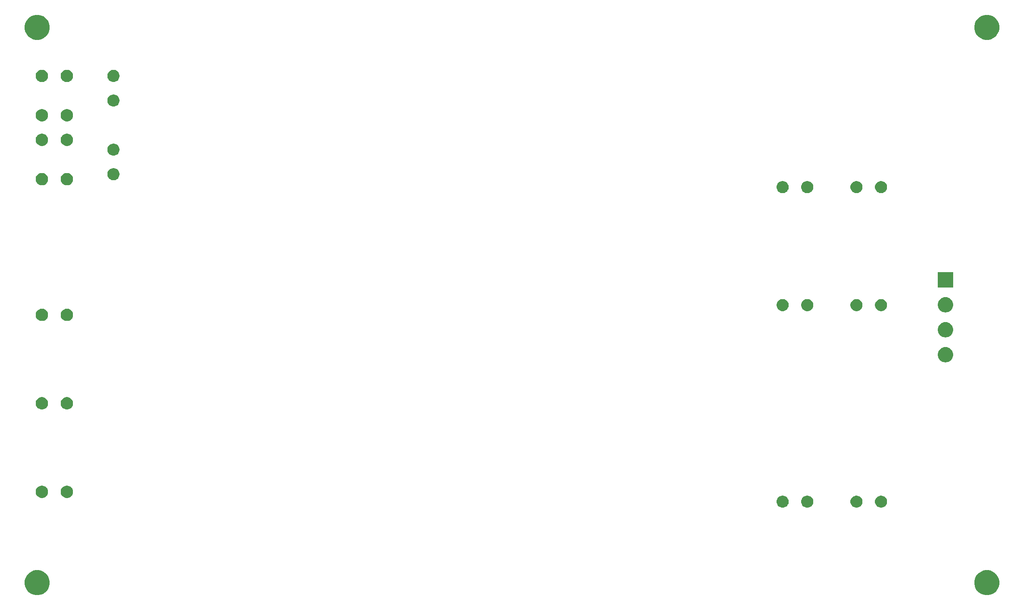
<source format=gbr>
G04 #@! TF.GenerationSoftware,KiCad,Pcbnew,(5.1.5)-3*
G04 #@! TF.CreationDate,2020-11-25T08:49:10-07:00*
G04 #@! TF.ProjectId,Power_Supply,506f7765-725f-4537-9570-706c792e6b69,rev?*
G04 #@! TF.SameCoordinates,Original*
G04 #@! TF.FileFunction,Soldermask,Bot*
G04 #@! TF.FilePolarity,Negative*
%FSLAX46Y46*%
G04 Gerber Fmt 4.6, Leading zero omitted, Abs format (unit mm)*
G04 Created by KiCad (PCBNEW (5.1.5)-3) date 2020-11-25 08:49:10*
%MOMM*%
%LPD*%
G04 APERTURE LIST*
%ADD10C,0.100000*%
G04 APERTURE END LIST*
D10*
G36*
X197244098Y-114047033D02*
G01*
X197708350Y-114239332D01*
X197708352Y-114239333D01*
X198126168Y-114518509D01*
X198481491Y-114873832D01*
X198760667Y-115291648D01*
X198760668Y-115291650D01*
X198952967Y-115755902D01*
X199051000Y-116248747D01*
X199051000Y-116751253D01*
X198952967Y-117244098D01*
X198760668Y-117708350D01*
X198760667Y-117708352D01*
X198481491Y-118126168D01*
X198126168Y-118481491D01*
X197708352Y-118760667D01*
X197708351Y-118760668D01*
X197708350Y-118760668D01*
X197244098Y-118952967D01*
X196751253Y-119051000D01*
X196248747Y-119051000D01*
X195755902Y-118952967D01*
X195291650Y-118760668D01*
X195291649Y-118760668D01*
X195291648Y-118760667D01*
X194873832Y-118481491D01*
X194518509Y-118126168D01*
X194239333Y-117708352D01*
X194239332Y-117708350D01*
X194047033Y-117244098D01*
X193949000Y-116751253D01*
X193949000Y-116248747D01*
X194047033Y-115755902D01*
X194239332Y-115291650D01*
X194239333Y-115291648D01*
X194518509Y-114873832D01*
X194873832Y-114518509D01*
X195291648Y-114239333D01*
X195291650Y-114239332D01*
X195755902Y-114047033D01*
X196248747Y-113949000D01*
X196751253Y-113949000D01*
X197244098Y-114047033D01*
G37*
G36*
X4244098Y-114047033D02*
G01*
X4708350Y-114239332D01*
X4708352Y-114239333D01*
X5126168Y-114518509D01*
X5481491Y-114873832D01*
X5760667Y-115291648D01*
X5760668Y-115291650D01*
X5952967Y-115755902D01*
X6051000Y-116248747D01*
X6051000Y-116751253D01*
X5952967Y-117244098D01*
X5760668Y-117708350D01*
X5760667Y-117708352D01*
X5481491Y-118126168D01*
X5126168Y-118481491D01*
X4708352Y-118760667D01*
X4708351Y-118760668D01*
X4708350Y-118760668D01*
X4244098Y-118952967D01*
X3751253Y-119051000D01*
X3248747Y-119051000D01*
X2755902Y-118952967D01*
X2291650Y-118760668D01*
X2291649Y-118760668D01*
X2291648Y-118760667D01*
X1873832Y-118481491D01*
X1518509Y-118126168D01*
X1239333Y-117708352D01*
X1239332Y-117708350D01*
X1047033Y-117244098D01*
X949000Y-116751253D01*
X949000Y-116248747D01*
X1047033Y-115755902D01*
X1239332Y-115291650D01*
X1239333Y-115291648D01*
X1518509Y-114873832D01*
X1873832Y-114518509D01*
X2291648Y-114239333D01*
X2291650Y-114239332D01*
X2755902Y-114047033D01*
X3248747Y-113949000D01*
X3751253Y-113949000D01*
X4244098Y-114047033D01*
G37*
G36*
X175357610Y-98821114D02*
G01*
X175580727Y-98913532D01*
X175580729Y-98913533D01*
X175631269Y-98947303D01*
X175781529Y-99047703D01*
X175952297Y-99218471D01*
X176086468Y-99419273D01*
X176178886Y-99642390D01*
X176226000Y-99879248D01*
X176226000Y-100120752D01*
X176178886Y-100357610D01*
X176086468Y-100580727D01*
X175952297Y-100781529D01*
X175781529Y-100952297D01*
X175631269Y-101052697D01*
X175580729Y-101086467D01*
X175580728Y-101086468D01*
X175580727Y-101086468D01*
X175357610Y-101178886D01*
X175120752Y-101226000D01*
X174879248Y-101226000D01*
X174642390Y-101178886D01*
X174419273Y-101086468D01*
X174419272Y-101086468D01*
X174419271Y-101086467D01*
X174368731Y-101052697D01*
X174218471Y-100952297D01*
X174047703Y-100781529D01*
X173913532Y-100580727D01*
X173821114Y-100357610D01*
X173774000Y-100120752D01*
X173774000Y-99879248D01*
X173821114Y-99642390D01*
X173913532Y-99419273D01*
X174047703Y-99218471D01*
X174218471Y-99047703D01*
X174368731Y-98947303D01*
X174419271Y-98913533D01*
X174419273Y-98913532D01*
X174642390Y-98821114D01*
X174879248Y-98774000D01*
X175120752Y-98774000D01*
X175357610Y-98821114D01*
G37*
G36*
X170357610Y-98821114D02*
G01*
X170580727Y-98913532D01*
X170580729Y-98913533D01*
X170631269Y-98947303D01*
X170781529Y-99047703D01*
X170952297Y-99218471D01*
X171086468Y-99419273D01*
X171178886Y-99642390D01*
X171226000Y-99879248D01*
X171226000Y-100120752D01*
X171178886Y-100357610D01*
X171086468Y-100580727D01*
X170952297Y-100781529D01*
X170781529Y-100952297D01*
X170631269Y-101052697D01*
X170580729Y-101086467D01*
X170580728Y-101086468D01*
X170580727Y-101086468D01*
X170357610Y-101178886D01*
X170120752Y-101226000D01*
X169879248Y-101226000D01*
X169642390Y-101178886D01*
X169419273Y-101086468D01*
X169419272Y-101086468D01*
X169419271Y-101086467D01*
X169368731Y-101052697D01*
X169218471Y-100952297D01*
X169047703Y-100781529D01*
X168913532Y-100580727D01*
X168821114Y-100357610D01*
X168774000Y-100120752D01*
X168774000Y-99879248D01*
X168821114Y-99642390D01*
X168913532Y-99419273D01*
X169047703Y-99218471D01*
X169218471Y-99047703D01*
X169368731Y-98947303D01*
X169419271Y-98913533D01*
X169419273Y-98913532D01*
X169642390Y-98821114D01*
X169879248Y-98774000D01*
X170120752Y-98774000D01*
X170357610Y-98821114D01*
G37*
G36*
X155357610Y-98821114D02*
G01*
X155580727Y-98913532D01*
X155580729Y-98913533D01*
X155631269Y-98947303D01*
X155781529Y-99047703D01*
X155952297Y-99218471D01*
X156086468Y-99419273D01*
X156178886Y-99642390D01*
X156226000Y-99879248D01*
X156226000Y-100120752D01*
X156178886Y-100357610D01*
X156086468Y-100580727D01*
X155952297Y-100781529D01*
X155781529Y-100952297D01*
X155631269Y-101052697D01*
X155580729Y-101086467D01*
X155580728Y-101086468D01*
X155580727Y-101086468D01*
X155357610Y-101178886D01*
X155120752Y-101226000D01*
X154879248Y-101226000D01*
X154642390Y-101178886D01*
X154419273Y-101086468D01*
X154419272Y-101086468D01*
X154419271Y-101086467D01*
X154368731Y-101052697D01*
X154218471Y-100952297D01*
X154047703Y-100781529D01*
X153913532Y-100580727D01*
X153821114Y-100357610D01*
X153774000Y-100120752D01*
X153774000Y-99879248D01*
X153821114Y-99642390D01*
X153913532Y-99419273D01*
X154047703Y-99218471D01*
X154218471Y-99047703D01*
X154368731Y-98947303D01*
X154419271Y-98913533D01*
X154419273Y-98913532D01*
X154642390Y-98821114D01*
X154879248Y-98774000D01*
X155120752Y-98774000D01*
X155357610Y-98821114D01*
G37*
G36*
X160357610Y-98821114D02*
G01*
X160580727Y-98913532D01*
X160580729Y-98913533D01*
X160631269Y-98947303D01*
X160781529Y-99047703D01*
X160952297Y-99218471D01*
X161086468Y-99419273D01*
X161178886Y-99642390D01*
X161226000Y-99879248D01*
X161226000Y-100120752D01*
X161178886Y-100357610D01*
X161086468Y-100580727D01*
X160952297Y-100781529D01*
X160781529Y-100952297D01*
X160631269Y-101052697D01*
X160580729Y-101086467D01*
X160580728Y-101086468D01*
X160580727Y-101086468D01*
X160357610Y-101178886D01*
X160120752Y-101226000D01*
X159879248Y-101226000D01*
X159642390Y-101178886D01*
X159419273Y-101086468D01*
X159419272Y-101086468D01*
X159419271Y-101086467D01*
X159368731Y-101052697D01*
X159218471Y-100952297D01*
X159047703Y-100781529D01*
X158913532Y-100580727D01*
X158821114Y-100357610D01*
X158774000Y-100120752D01*
X158774000Y-99879248D01*
X158821114Y-99642390D01*
X158913532Y-99419273D01*
X159047703Y-99218471D01*
X159218471Y-99047703D01*
X159368731Y-98947303D01*
X159419271Y-98913533D01*
X159419273Y-98913532D01*
X159642390Y-98821114D01*
X159879248Y-98774000D01*
X160120752Y-98774000D01*
X160357610Y-98821114D01*
G37*
G36*
X4824903Y-96797075D02*
G01*
X5052571Y-96891378D01*
X5257466Y-97028285D01*
X5431715Y-97202534D01*
X5568622Y-97407429D01*
X5662925Y-97635097D01*
X5711000Y-97876787D01*
X5711000Y-98123213D01*
X5662925Y-98364903D01*
X5568622Y-98592571D01*
X5431715Y-98797466D01*
X5257466Y-98971715D01*
X5052571Y-99108622D01*
X5052570Y-99108623D01*
X5052569Y-99108623D01*
X4824903Y-99202925D01*
X4583214Y-99251000D01*
X4336786Y-99251000D01*
X4095097Y-99202925D01*
X3867431Y-99108623D01*
X3867430Y-99108623D01*
X3867429Y-99108622D01*
X3662534Y-98971715D01*
X3488285Y-98797466D01*
X3351378Y-98592571D01*
X3257075Y-98364903D01*
X3209000Y-98123213D01*
X3209000Y-97876787D01*
X3257075Y-97635097D01*
X3351378Y-97407429D01*
X3488285Y-97202534D01*
X3662534Y-97028285D01*
X3867429Y-96891378D01*
X4095097Y-96797075D01*
X4336786Y-96749000D01*
X4583214Y-96749000D01*
X4824903Y-96797075D01*
G37*
G36*
X9904903Y-96797075D02*
G01*
X10132571Y-96891378D01*
X10337466Y-97028285D01*
X10511715Y-97202534D01*
X10648622Y-97407429D01*
X10742925Y-97635097D01*
X10791000Y-97876787D01*
X10791000Y-98123213D01*
X10742925Y-98364903D01*
X10648622Y-98592571D01*
X10511715Y-98797466D01*
X10337466Y-98971715D01*
X10132571Y-99108622D01*
X10132570Y-99108623D01*
X10132569Y-99108623D01*
X9904903Y-99202925D01*
X9663214Y-99251000D01*
X9416786Y-99251000D01*
X9175097Y-99202925D01*
X8947431Y-99108623D01*
X8947430Y-99108623D01*
X8947429Y-99108622D01*
X8742534Y-98971715D01*
X8568285Y-98797466D01*
X8431378Y-98592571D01*
X8337075Y-98364903D01*
X8289000Y-98123213D01*
X8289000Y-97876787D01*
X8337075Y-97635097D01*
X8431378Y-97407429D01*
X8568285Y-97202534D01*
X8742534Y-97028285D01*
X8947429Y-96891378D01*
X9175097Y-96797075D01*
X9416786Y-96749000D01*
X9663214Y-96749000D01*
X9904903Y-96797075D01*
G37*
G36*
X4824903Y-78797075D02*
G01*
X5052571Y-78891378D01*
X5257466Y-79028285D01*
X5431715Y-79202534D01*
X5568622Y-79407429D01*
X5662925Y-79635097D01*
X5711000Y-79876787D01*
X5711000Y-80123213D01*
X5662925Y-80364903D01*
X5568622Y-80592571D01*
X5431715Y-80797466D01*
X5257466Y-80971715D01*
X5052571Y-81108622D01*
X5052570Y-81108623D01*
X5052569Y-81108623D01*
X4824903Y-81202925D01*
X4583214Y-81251000D01*
X4336786Y-81251000D01*
X4095097Y-81202925D01*
X3867431Y-81108623D01*
X3867430Y-81108623D01*
X3867429Y-81108622D01*
X3662534Y-80971715D01*
X3488285Y-80797466D01*
X3351378Y-80592571D01*
X3257075Y-80364903D01*
X3209000Y-80123213D01*
X3209000Y-79876787D01*
X3257075Y-79635097D01*
X3351378Y-79407429D01*
X3488285Y-79202534D01*
X3662534Y-79028285D01*
X3867429Y-78891378D01*
X4095097Y-78797075D01*
X4336786Y-78749000D01*
X4583214Y-78749000D01*
X4824903Y-78797075D01*
G37*
G36*
X9904903Y-78797075D02*
G01*
X10132571Y-78891378D01*
X10337466Y-79028285D01*
X10511715Y-79202534D01*
X10648622Y-79407429D01*
X10742925Y-79635097D01*
X10791000Y-79876787D01*
X10791000Y-80123213D01*
X10742925Y-80364903D01*
X10648622Y-80592571D01*
X10511715Y-80797466D01*
X10337466Y-80971715D01*
X10132571Y-81108622D01*
X10132570Y-81108623D01*
X10132569Y-81108623D01*
X9904903Y-81202925D01*
X9663214Y-81251000D01*
X9416786Y-81251000D01*
X9175097Y-81202925D01*
X8947431Y-81108623D01*
X8947430Y-81108623D01*
X8947429Y-81108622D01*
X8742534Y-80971715D01*
X8568285Y-80797466D01*
X8431378Y-80592571D01*
X8337075Y-80364903D01*
X8289000Y-80123213D01*
X8289000Y-79876787D01*
X8337075Y-79635097D01*
X8431378Y-79407429D01*
X8568285Y-79202534D01*
X8742534Y-79028285D01*
X8947429Y-78891378D01*
X9175097Y-78797075D01*
X9416786Y-78749000D01*
X9663214Y-78749000D01*
X9904903Y-78797075D01*
G37*
G36*
X188389585Y-68582802D02*
G01*
X188539410Y-68612604D01*
X188821674Y-68729521D01*
X189075705Y-68899259D01*
X189291741Y-69115295D01*
X189461479Y-69369326D01*
X189578396Y-69651590D01*
X189638000Y-69951240D01*
X189638000Y-70256760D01*
X189578396Y-70556410D01*
X189461479Y-70838674D01*
X189291741Y-71092705D01*
X189075705Y-71308741D01*
X188821674Y-71478479D01*
X188539410Y-71595396D01*
X188389585Y-71625198D01*
X188239761Y-71655000D01*
X187934239Y-71655000D01*
X187784415Y-71625198D01*
X187634590Y-71595396D01*
X187352326Y-71478479D01*
X187098295Y-71308741D01*
X186882259Y-71092705D01*
X186712521Y-70838674D01*
X186595604Y-70556410D01*
X186536000Y-70256760D01*
X186536000Y-69951240D01*
X186595604Y-69651590D01*
X186712521Y-69369326D01*
X186882259Y-69115295D01*
X187098295Y-68899259D01*
X187352326Y-68729521D01*
X187634590Y-68612604D01*
X187784415Y-68582802D01*
X187934239Y-68553000D01*
X188239761Y-68553000D01*
X188389585Y-68582802D01*
G37*
G36*
X188389585Y-63502802D02*
G01*
X188539410Y-63532604D01*
X188821674Y-63649521D01*
X189075705Y-63819259D01*
X189291741Y-64035295D01*
X189461479Y-64289326D01*
X189578396Y-64571590D01*
X189638000Y-64871240D01*
X189638000Y-65176760D01*
X189578396Y-65476410D01*
X189461479Y-65758674D01*
X189291741Y-66012705D01*
X189075705Y-66228741D01*
X188821674Y-66398479D01*
X188539410Y-66515396D01*
X188389585Y-66545198D01*
X188239761Y-66575000D01*
X187934239Y-66575000D01*
X187784415Y-66545198D01*
X187634590Y-66515396D01*
X187352326Y-66398479D01*
X187098295Y-66228741D01*
X186882259Y-66012705D01*
X186712521Y-65758674D01*
X186595604Y-65476410D01*
X186536000Y-65176760D01*
X186536000Y-64871240D01*
X186595604Y-64571590D01*
X186712521Y-64289326D01*
X186882259Y-64035295D01*
X187098295Y-63819259D01*
X187352326Y-63649521D01*
X187634590Y-63532604D01*
X187784415Y-63502802D01*
X187934239Y-63473000D01*
X188239761Y-63473000D01*
X188389585Y-63502802D01*
G37*
G36*
X4746748Y-60781529D02*
G01*
X4824903Y-60797075D01*
X5052571Y-60891378D01*
X5257466Y-61028285D01*
X5431715Y-61202534D01*
X5568622Y-61407429D01*
X5662925Y-61635097D01*
X5711000Y-61876787D01*
X5711000Y-62123213D01*
X5662925Y-62364903D01*
X5568622Y-62592571D01*
X5431715Y-62797466D01*
X5257466Y-62971715D01*
X5052571Y-63108622D01*
X5052570Y-63108623D01*
X5052569Y-63108623D01*
X4824903Y-63202925D01*
X4583214Y-63251000D01*
X4336786Y-63251000D01*
X4095097Y-63202925D01*
X3867431Y-63108623D01*
X3867430Y-63108623D01*
X3867429Y-63108622D01*
X3662534Y-62971715D01*
X3488285Y-62797466D01*
X3351378Y-62592571D01*
X3257075Y-62364903D01*
X3209000Y-62123213D01*
X3209000Y-61876787D01*
X3257075Y-61635097D01*
X3351378Y-61407429D01*
X3488285Y-61202534D01*
X3662534Y-61028285D01*
X3867429Y-60891378D01*
X4095097Y-60797075D01*
X4173252Y-60781529D01*
X4336786Y-60749000D01*
X4583214Y-60749000D01*
X4746748Y-60781529D01*
G37*
G36*
X9826748Y-60781529D02*
G01*
X9904903Y-60797075D01*
X10132571Y-60891378D01*
X10337466Y-61028285D01*
X10511715Y-61202534D01*
X10648622Y-61407429D01*
X10742925Y-61635097D01*
X10791000Y-61876787D01*
X10791000Y-62123213D01*
X10742925Y-62364903D01*
X10648622Y-62592571D01*
X10511715Y-62797466D01*
X10337466Y-62971715D01*
X10132571Y-63108622D01*
X10132570Y-63108623D01*
X10132569Y-63108623D01*
X9904903Y-63202925D01*
X9663214Y-63251000D01*
X9416786Y-63251000D01*
X9175097Y-63202925D01*
X8947431Y-63108623D01*
X8947430Y-63108623D01*
X8947429Y-63108622D01*
X8742534Y-62971715D01*
X8568285Y-62797466D01*
X8431378Y-62592571D01*
X8337075Y-62364903D01*
X8289000Y-62123213D01*
X8289000Y-61876787D01*
X8337075Y-61635097D01*
X8431378Y-61407429D01*
X8568285Y-61202534D01*
X8742534Y-61028285D01*
X8947429Y-60891378D01*
X9175097Y-60797075D01*
X9253252Y-60781529D01*
X9416786Y-60749000D01*
X9663214Y-60749000D01*
X9826748Y-60781529D01*
G37*
G36*
X188389585Y-58422802D02*
G01*
X188539410Y-58452604D01*
X188821674Y-58569521D01*
X189075705Y-58739259D01*
X189291741Y-58955295D01*
X189461479Y-59209326D01*
X189578396Y-59491590D01*
X189638000Y-59791240D01*
X189638000Y-60096760D01*
X189578396Y-60396410D01*
X189461479Y-60678674D01*
X189291741Y-60932705D01*
X189075705Y-61148741D01*
X188821674Y-61318479D01*
X188539410Y-61435396D01*
X188389585Y-61465198D01*
X188239761Y-61495000D01*
X187934239Y-61495000D01*
X187784415Y-61465198D01*
X187634590Y-61435396D01*
X187352326Y-61318479D01*
X187098295Y-61148741D01*
X186882259Y-60932705D01*
X186712521Y-60678674D01*
X186595604Y-60396410D01*
X186536000Y-60096760D01*
X186536000Y-59791240D01*
X186595604Y-59491590D01*
X186712521Y-59209326D01*
X186882259Y-58955295D01*
X187098295Y-58739259D01*
X187352326Y-58569521D01*
X187634590Y-58452604D01*
X187784415Y-58422802D01*
X187934239Y-58393000D01*
X188239761Y-58393000D01*
X188389585Y-58422802D01*
G37*
G36*
X175357610Y-58821114D02*
G01*
X175580727Y-58913532D01*
X175580729Y-58913533D01*
X175631269Y-58947303D01*
X175781529Y-59047703D01*
X175952297Y-59218471D01*
X176086468Y-59419273D01*
X176178886Y-59642390D01*
X176226000Y-59879248D01*
X176226000Y-60120752D01*
X176178886Y-60357610D01*
X176086468Y-60580727D01*
X175952297Y-60781529D01*
X175781529Y-60952297D01*
X175667806Y-61028284D01*
X175580729Y-61086467D01*
X175580728Y-61086468D01*
X175580727Y-61086468D01*
X175357610Y-61178886D01*
X175120752Y-61226000D01*
X174879248Y-61226000D01*
X174642390Y-61178886D01*
X174419273Y-61086468D01*
X174419272Y-61086468D01*
X174419271Y-61086467D01*
X174332194Y-61028284D01*
X174218471Y-60952297D01*
X174047703Y-60781529D01*
X173913532Y-60580727D01*
X173821114Y-60357610D01*
X173774000Y-60120752D01*
X173774000Y-59879248D01*
X173821114Y-59642390D01*
X173913532Y-59419273D01*
X174047703Y-59218471D01*
X174218471Y-59047703D01*
X174368731Y-58947303D01*
X174419271Y-58913533D01*
X174419273Y-58913532D01*
X174642390Y-58821114D01*
X174879248Y-58774000D01*
X175120752Y-58774000D01*
X175357610Y-58821114D01*
G37*
G36*
X170357610Y-58821114D02*
G01*
X170580727Y-58913532D01*
X170580729Y-58913533D01*
X170631269Y-58947303D01*
X170781529Y-59047703D01*
X170952297Y-59218471D01*
X171086468Y-59419273D01*
X171178886Y-59642390D01*
X171226000Y-59879248D01*
X171226000Y-60120752D01*
X171178886Y-60357610D01*
X171086468Y-60580727D01*
X170952297Y-60781529D01*
X170781529Y-60952297D01*
X170667806Y-61028284D01*
X170580729Y-61086467D01*
X170580728Y-61086468D01*
X170580727Y-61086468D01*
X170357610Y-61178886D01*
X170120752Y-61226000D01*
X169879248Y-61226000D01*
X169642390Y-61178886D01*
X169419273Y-61086468D01*
X169419272Y-61086468D01*
X169419271Y-61086467D01*
X169332194Y-61028284D01*
X169218471Y-60952297D01*
X169047703Y-60781529D01*
X168913532Y-60580727D01*
X168821114Y-60357610D01*
X168774000Y-60120752D01*
X168774000Y-59879248D01*
X168821114Y-59642390D01*
X168913532Y-59419273D01*
X169047703Y-59218471D01*
X169218471Y-59047703D01*
X169368731Y-58947303D01*
X169419271Y-58913533D01*
X169419273Y-58913532D01*
X169642390Y-58821114D01*
X169879248Y-58774000D01*
X170120752Y-58774000D01*
X170357610Y-58821114D01*
G37*
G36*
X160357610Y-58821114D02*
G01*
X160580727Y-58913532D01*
X160580729Y-58913533D01*
X160631269Y-58947303D01*
X160781529Y-59047703D01*
X160952297Y-59218471D01*
X161086468Y-59419273D01*
X161178886Y-59642390D01*
X161226000Y-59879248D01*
X161226000Y-60120752D01*
X161178886Y-60357610D01*
X161086468Y-60580727D01*
X160952297Y-60781529D01*
X160781529Y-60952297D01*
X160667806Y-61028284D01*
X160580729Y-61086467D01*
X160580728Y-61086468D01*
X160580727Y-61086468D01*
X160357610Y-61178886D01*
X160120752Y-61226000D01*
X159879248Y-61226000D01*
X159642390Y-61178886D01*
X159419273Y-61086468D01*
X159419272Y-61086468D01*
X159419271Y-61086467D01*
X159332194Y-61028284D01*
X159218471Y-60952297D01*
X159047703Y-60781529D01*
X158913532Y-60580727D01*
X158821114Y-60357610D01*
X158774000Y-60120752D01*
X158774000Y-59879248D01*
X158821114Y-59642390D01*
X158913532Y-59419273D01*
X159047703Y-59218471D01*
X159218471Y-59047703D01*
X159368731Y-58947303D01*
X159419271Y-58913533D01*
X159419273Y-58913532D01*
X159642390Y-58821114D01*
X159879248Y-58774000D01*
X160120752Y-58774000D01*
X160357610Y-58821114D01*
G37*
G36*
X155357610Y-58821114D02*
G01*
X155580727Y-58913532D01*
X155580729Y-58913533D01*
X155631269Y-58947303D01*
X155781529Y-59047703D01*
X155952297Y-59218471D01*
X156086468Y-59419273D01*
X156178886Y-59642390D01*
X156226000Y-59879248D01*
X156226000Y-60120752D01*
X156178886Y-60357610D01*
X156086468Y-60580727D01*
X155952297Y-60781529D01*
X155781529Y-60952297D01*
X155667806Y-61028284D01*
X155580729Y-61086467D01*
X155580728Y-61086468D01*
X155580727Y-61086468D01*
X155357610Y-61178886D01*
X155120752Y-61226000D01*
X154879248Y-61226000D01*
X154642390Y-61178886D01*
X154419273Y-61086468D01*
X154419272Y-61086468D01*
X154419271Y-61086467D01*
X154332194Y-61028284D01*
X154218471Y-60952297D01*
X154047703Y-60781529D01*
X153913532Y-60580727D01*
X153821114Y-60357610D01*
X153774000Y-60120752D01*
X153774000Y-59879248D01*
X153821114Y-59642390D01*
X153913532Y-59419273D01*
X154047703Y-59218471D01*
X154218471Y-59047703D01*
X154368731Y-58947303D01*
X154419271Y-58913533D01*
X154419273Y-58913532D01*
X154642390Y-58821114D01*
X154879248Y-58774000D01*
X155120752Y-58774000D01*
X155357610Y-58821114D01*
G37*
G36*
X189638000Y-56415000D02*
G01*
X186536000Y-56415000D01*
X186536000Y-53313000D01*
X189638000Y-53313000D01*
X189638000Y-56415000D01*
G37*
G36*
X155357610Y-34821114D02*
G01*
X155580727Y-34913532D01*
X155580729Y-34913533D01*
X155631269Y-34947303D01*
X155781529Y-35047703D01*
X155952297Y-35218471D01*
X156086468Y-35419273D01*
X156178886Y-35642390D01*
X156226000Y-35879248D01*
X156226000Y-36120752D01*
X156178886Y-36357610D01*
X156086468Y-36580727D01*
X155952297Y-36781529D01*
X155781529Y-36952297D01*
X155631269Y-37052697D01*
X155580729Y-37086467D01*
X155580728Y-37086468D01*
X155580727Y-37086468D01*
X155357610Y-37178886D01*
X155120752Y-37226000D01*
X154879248Y-37226000D01*
X154642390Y-37178886D01*
X154419273Y-37086468D01*
X154419272Y-37086468D01*
X154419271Y-37086467D01*
X154368731Y-37052697D01*
X154218471Y-36952297D01*
X154047703Y-36781529D01*
X153913532Y-36580727D01*
X153821114Y-36357610D01*
X153774000Y-36120752D01*
X153774000Y-35879248D01*
X153821114Y-35642390D01*
X153913532Y-35419273D01*
X154047703Y-35218471D01*
X154218471Y-35047703D01*
X154368731Y-34947303D01*
X154419271Y-34913533D01*
X154419273Y-34913532D01*
X154642390Y-34821114D01*
X154879248Y-34774000D01*
X155120752Y-34774000D01*
X155357610Y-34821114D01*
G37*
G36*
X160357610Y-34821114D02*
G01*
X160580727Y-34913532D01*
X160580729Y-34913533D01*
X160631269Y-34947303D01*
X160781529Y-35047703D01*
X160952297Y-35218471D01*
X161086468Y-35419273D01*
X161178886Y-35642390D01*
X161226000Y-35879248D01*
X161226000Y-36120752D01*
X161178886Y-36357610D01*
X161086468Y-36580727D01*
X160952297Y-36781529D01*
X160781529Y-36952297D01*
X160631269Y-37052697D01*
X160580729Y-37086467D01*
X160580728Y-37086468D01*
X160580727Y-37086468D01*
X160357610Y-37178886D01*
X160120752Y-37226000D01*
X159879248Y-37226000D01*
X159642390Y-37178886D01*
X159419273Y-37086468D01*
X159419272Y-37086468D01*
X159419271Y-37086467D01*
X159368731Y-37052697D01*
X159218471Y-36952297D01*
X159047703Y-36781529D01*
X158913532Y-36580727D01*
X158821114Y-36357610D01*
X158774000Y-36120752D01*
X158774000Y-35879248D01*
X158821114Y-35642390D01*
X158913532Y-35419273D01*
X159047703Y-35218471D01*
X159218471Y-35047703D01*
X159368731Y-34947303D01*
X159419271Y-34913533D01*
X159419273Y-34913532D01*
X159642390Y-34821114D01*
X159879248Y-34774000D01*
X160120752Y-34774000D01*
X160357610Y-34821114D01*
G37*
G36*
X170357610Y-34821114D02*
G01*
X170580727Y-34913532D01*
X170580729Y-34913533D01*
X170631269Y-34947303D01*
X170781529Y-35047703D01*
X170952297Y-35218471D01*
X171086468Y-35419273D01*
X171178886Y-35642390D01*
X171226000Y-35879248D01*
X171226000Y-36120752D01*
X171178886Y-36357610D01*
X171086468Y-36580727D01*
X170952297Y-36781529D01*
X170781529Y-36952297D01*
X170631269Y-37052697D01*
X170580729Y-37086467D01*
X170580728Y-37086468D01*
X170580727Y-37086468D01*
X170357610Y-37178886D01*
X170120752Y-37226000D01*
X169879248Y-37226000D01*
X169642390Y-37178886D01*
X169419273Y-37086468D01*
X169419272Y-37086468D01*
X169419271Y-37086467D01*
X169368731Y-37052697D01*
X169218471Y-36952297D01*
X169047703Y-36781529D01*
X168913532Y-36580727D01*
X168821114Y-36357610D01*
X168774000Y-36120752D01*
X168774000Y-35879248D01*
X168821114Y-35642390D01*
X168913532Y-35419273D01*
X169047703Y-35218471D01*
X169218471Y-35047703D01*
X169368731Y-34947303D01*
X169419271Y-34913533D01*
X169419273Y-34913532D01*
X169642390Y-34821114D01*
X169879248Y-34774000D01*
X170120752Y-34774000D01*
X170357610Y-34821114D01*
G37*
G36*
X175357610Y-34821114D02*
G01*
X175580727Y-34913532D01*
X175580729Y-34913533D01*
X175631269Y-34947303D01*
X175781529Y-35047703D01*
X175952297Y-35218471D01*
X176086468Y-35419273D01*
X176178886Y-35642390D01*
X176226000Y-35879248D01*
X176226000Y-36120752D01*
X176178886Y-36357610D01*
X176086468Y-36580727D01*
X175952297Y-36781529D01*
X175781529Y-36952297D01*
X175631269Y-37052697D01*
X175580729Y-37086467D01*
X175580728Y-37086468D01*
X175580727Y-37086468D01*
X175357610Y-37178886D01*
X175120752Y-37226000D01*
X174879248Y-37226000D01*
X174642390Y-37178886D01*
X174419273Y-37086468D01*
X174419272Y-37086468D01*
X174419271Y-37086467D01*
X174368731Y-37052697D01*
X174218471Y-36952297D01*
X174047703Y-36781529D01*
X173913532Y-36580727D01*
X173821114Y-36357610D01*
X173774000Y-36120752D01*
X173774000Y-35879248D01*
X173821114Y-35642390D01*
X173913532Y-35419273D01*
X174047703Y-35218471D01*
X174218471Y-35047703D01*
X174368731Y-34947303D01*
X174419271Y-34913533D01*
X174419273Y-34913532D01*
X174642390Y-34821114D01*
X174879248Y-34774000D01*
X175120752Y-34774000D01*
X175357610Y-34821114D01*
G37*
G36*
X9904903Y-33175275D02*
G01*
X10103292Y-33257450D01*
X10132571Y-33269578D01*
X10337466Y-33406485D01*
X10511715Y-33580734D01*
X10648622Y-33785629D01*
X10648623Y-33785631D01*
X10742925Y-34013297D01*
X10791000Y-34254986D01*
X10791000Y-34501414D01*
X10742925Y-34743103D01*
X10648622Y-34970771D01*
X10511715Y-35175666D01*
X10337466Y-35349915D01*
X10132571Y-35486822D01*
X10132570Y-35486823D01*
X10132569Y-35486823D01*
X9904903Y-35581125D01*
X9663214Y-35629200D01*
X9416786Y-35629200D01*
X9175097Y-35581125D01*
X8947431Y-35486823D01*
X8947430Y-35486823D01*
X8947429Y-35486822D01*
X8742534Y-35349915D01*
X8568285Y-35175666D01*
X8431378Y-34970771D01*
X8337075Y-34743103D01*
X8289000Y-34501414D01*
X8289000Y-34254986D01*
X8337075Y-34013297D01*
X8431377Y-33785631D01*
X8431378Y-33785629D01*
X8568285Y-33580734D01*
X8742534Y-33406485D01*
X8947429Y-33269578D01*
X8976709Y-33257450D01*
X9175097Y-33175275D01*
X9416786Y-33127200D01*
X9663214Y-33127200D01*
X9904903Y-33175275D01*
G37*
G36*
X4824903Y-33175275D02*
G01*
X5023292Y-33257450D01*
X5052571Y-33269578D01*
X5257466Y-33406485D01*
X5431715Y-33580734D01*
X5568622Y-33785629D01*
X5568623Y-33785631D01*
X5662925Y-34013297D01*
X5711000Y-34254986D01*
X5711000Y-34501414D01*
X5662925Y-34743103D01*
X5568622Y-34970771D01*
X5431715Y-35175666D01*
X5257466Y-35349915D01*
X5052571Y-35486822D01*
X5052570Y-35486823D01*
X5052569Y-35486823D01*
X4824903Y-35581125D01*
X4583214Y-35629200D01*
X4336786Y-35629200D01*
X4095097Y-35581125D01*
X3867431Y-35486823D01*
X3867430Y-35486823D01*
X3867429Y-35486822D01*
X3662534Y-35349915D01*
X3488285Y-35175666D01*
X3351378Y-34970771D01*
X3257075Y-34743103D01*
X3209000Y-34501414D01*
X3209000Y-34254986D01*
X3257075Y-34013297D01*
X3351377Y-33785631D01*
X3351378Y-33785629D01*
X3488285Y-33580734D01*
X3662534Y-33406485D01*
X3867429Y-33269578D01*
X3896709Y-33257450D01*
X4095097Y-33175275D01*
X4336786Y-33127200D01*
X4583214Y-33127200D01*
X4824903Y-33175275D01*
G37*
G36*
X19357610Y-32199314D02*
G01*
X19580727Y-32291732D01*
X19580729Y-32291733D01*
X19631269Y-32325503D01*
X19781529Y-32425903D01*
X19952297Y-32596671D01*
X20086468Y-32797473D01*
X20178886Y-33020590D01*
X20226000Y-33257448D01*
X20226000Y-33498952D01*
X20178886Y-33735810D01*
X20086468Y-33958927D01*
X19952297Y-34159729D01*
X19781529Y-34330497D01*
X19631269Y-34430897D01*
X19580729Y-34464667D01*
X19580728Y-34464668D01*
X19580727Y-34464668D01*
X19357610Y-34557086D01*
X19120752Y-34604200D01*
X18879248Y-34604200D01*
X18642390Y-34557086D01*
X18419273Y-34464668D01*
X18419272Y-34464668D01*
X18419271Y-34464667D01*
X18368731Y-34430897D01*
X18218471Y-34330497D01*
X18047703Y-34159729D01*
X17913532Y-33958927D01*
X17821114Y-33735810D01*
X17774000Y-33498952D01*
X17774000Y-33257448D01*
X17821114Y-33020590D01*
X17913532Y-32797473D01*
X18047703Y-32596671D01*
X18218471Y-32425903D01*
X18368731Y-32325503D01*
X18419271Y-32291733D01*
X18419273Y-32291732D01*
X18642390Y-32199314D01*
X18879248Y-32152200D01*
X19120752Y-32152200D01*
X19357610Y-32199314D01*
G37*
G36*
X19357610Y-27199314D02*
G01*
X19580727Y-27291732D01*
X19580729Y-27291733D01*
X19631269Y-27325503D01*
X19781529Y-27425903D01*
X19952297Y-27596671D01*
X20086468Y-27797473D01*
X20178886Y-28020590D01*
X20226000Y-28257448D01*
X20226000Y-28498952D01*
X20178886Y-28735810D01*
X20086468Y-28958927D01*
X19952297Y-29159729D01*
X19781529Y-29330497D01*
X19631269Y-29430897D01*
X19580729Y-29464667D01*
X19580728Y-29464668D01*
X19580727Y-29464668D01*
X19357610Y-29557086D01*
X19120752Y-29604200D01*
X18879248Y-29604200D01*
X18642390Y-29557086D01*
X18419273Y-29464668D01*
X18419272Y-29464668D01*
X18419271Y-29464667D01*
X18368731Y-29430897D01*
X18218471Y-29330497D01*
X18047703Y-29159729D01*
X17913532Y-28958927D01*
X17821114Y-28735810D01*
X17774000Y-28498952D01*
X17774000Y-28257448D01*
X17821114Y-28020590D01*
X17913532Y-27797473D01*
X18047703Y-27596671D01*
X18218471Y-27425903D01*
X18368731Y-27325503D01*
X18419271Y-27291733D01*
X18419273Y-27291732D01*
X18642390Y-27199314D01*
X18879248Y-27152200D01*
X19120752Y-27152200D01*
X19357610Y-27199314D01*
G37*
G36*
X4824903Y-25175275D02*
G01*
X5052571Y-25269578D01*
X5257466Y-25406485D01*
X5431715Y-25580734D01*
X5568622Y-25785629D01*
X5662925Y-26013297D01*
X5711000Y-26254987D01*
X5711000Y-26501413D01*
X5662925Y-26743103D01*
X5568622Y-26970771D01*
X5431715Y-27175666D01*
X5257466Y-27349915D01*
X5052571Y-27486822D01*
X5052570Y-27486823D01*
X5052569Y-27486823D01*
X4824903Y-27581125D01*
X4583214Y-27629200D01*
X4336786Y-27629200D01*
X4095097Y-27581125D01*
X3867431Y-27486823D01*
X3867430Y-27486823D01*
X3867429Y-27486822D01*
X3662534Y-27349915D01*
X3488285Y-27175666D01*
X3351378Y-26970771D01*
X3257075Y-26743103D01*
X3209000Y-26501413D01*
X3209000Y-26254987D01*
X3257075Y-26013297D01*
X3351378Y-25785629D01*
X3488285Y-25580734D01*
X3662534Y-25406485D01*
X3867429Y-25269578D01*
X4095097Y-25175275D01*
X4336786Y-25127200D01*
X4583214Y-25127200D01*
X4824903Y-25175275D01*
G37*
G36*
X9904903Y-25175275D02*
G01*
X10132571Y-25269578D01*
X10337466Y-25406485D01*
X10511715Y-25580734D01*
X10648622Y-25785629D01*
X10742925Y-26013297D01*
X10791000Y-26254987D01*
X10791000Y-26501413D01*
X10742925Y-26743103D01*
X10648622Y-26970771D01*
X10511715Y-27175666D01*
X10337466Y-27349915D01*
X10132571Y-27486822D01*
X10132570Y-27486823D01*
X10132569Y-27486823D01*
X9904903Y-27581125D01*
X9663214Y-27629200D01*
X9416786Y-27629200D01*
X9175097Y-27581125D01*
X8947431Y-27486823D01*
X8947430Y-27486823D01*
X8947429Y-27486822D01*
X8742534Y-27349915D01*
X8568285Y-27175666D01*
X8431378Y-26970771D01*
X8337075Y-26743103D01*
X8289000Y-26501413D01*
X8289000Y-26254987D01*
X8337075Y-26013297D01*
X8431378Y-25785629D01*
X8568285Y-25580734D01*
X8742534Y-25406485D01*
X8947429Y-25269578D01*
X9175097Y-25175275D01*
X9416786Y-25127200D01*
X9663214Y-25127200D01*
X9904903Y-25175275D01*
G37*
G36*
X9904903Y-20175275D02*
G01*
X10132571Y-20269578D01*
X10337466Y-20406485D01*
X10511715Y-20580734D01*
X10648622Y-20785629D01*
X10742925Y-21013297D01*
X10791000Y-21254987D01*
X10791000Y-21501413D01*
X10742925Y-21743103D01*
X10648622Y-21970771D01*
X10511715Y-22175666D01*
X10337466Y-22349915D01*
X10132571Y-22486822D01*
X10132570Y-22486823D01*
X10132569Y-22486823D01*
X9904903Y-22581125D01*
X9663214Y-22629200D01*
X9416786Y-22629200D01*
X9175097Y-22581125D01*
X8947431Y-22486823D01*
X8947430Y-22486823D01*
X8947429Y-22486822D01*
X8742534Y-22349915D01*
X8568285Y-22175666D01*
X8431378Y-21970771D01*
X8337075Y-21743103D01*
X8289000Y-21501413D01*
X8289000Y-21254987D01*
X8337075Y-21013297D01*
X8431378Y-20785629D01*
X8568285Y-20580734D01*
X8742534Y-20406485D01*
X8947429Y-20269578D01*
X9175097Y-20175275D01*
X9416786Y-20127200D01*
X9663214Y-20127200D01*
X9904903Y-20175275D01*
G37*
G36*
X4824903Y-20175275D02*
G01*
X5052571Y-20269578D01*
X5257466Y-20406485D01*
X5431715Y-20580734D01*
X5568622Y-20785629D01*
X5662925Y-21013297D01*
X5711000Y-21254987D01*
X5711000Y-21501413D01*
X5662925Y-21743103D01*
X5568622Y-21970771D01*
X5431715Y-22175666D01*
X5257466Y-22349915D01*
X5052571Y-22486822D01*
X5052570Y-22486823D01*
X5052569Y-22486823D01*
X4824903Y-22581125D01*
X4583214Y-22629200D01*
X4336786Y-22629200D01*
X4095097Y-22581125D01*
X3867431Y-22486823D01*
X3867430Y-22486823D01*
X3867429Y-22486822D01*
X3662534Y-22349915D01*
X3488285Y-22175666D01*
X3351378Y-21970771D01*
X3257075Y-21743103D01*
X3209000Y-21501413D01*
X3209000Y-21254987D01*
X3257075Y-21013297D01*
X3351378Y-20785629D01*
X3488285Y-20580734D01*
X3662534Y-20406485D01*
X3867429Y-20269578D01*
X4095097Y-20175275D01*
X4336786Y-20127200D01*
X4583214Y-20127200D01*
X4824903Y-20175275D01*
G37*
G36*
X19357610Y-17199314D02*
G01*
X19580727Y-17291732D01*
X19580729Y-17291733D01*
X19631269Y-17325503D01*
X19781529Y-17425903D01*
X19952297Y-17596671D01*
X20086468Y-17797473D01*
X20178886Y-18020590D01*
X20226000Y-18257448D01*
X20226000Y-18498952D01*
X20178886Y-18735810D01*
X20086468Y-18958927D01*
X19952297Y-19159729D01*
X19781529Y-19330497D01*
X19631269Y-19430897D01*
X19580729Y-19464667D01*
X19580728Y-19464668D01*
X19580727Y-19464668D01*
X19357610Y-19557086D01*
X19120752Y-19604200D01*
X18879248Y-19604200D01*
X18642390Y-19557086D01*
X18419273Y-19464668D01*
X18419272Y-19464668D01*
X18419271Y-19464667D01*
X18368731Y-19430897D01*
X18218471Y-19330497D01*
X18047703Y-19159729D01*
X17913532Y-18958927D01*
X17821114Y-18735810D01*
X17774000Y-18498952D01*
X17774000Y-18257448D01*
X17821114Y-18020590D01*
X17913532Y-17797473D01*
X18047703Y-17596671D01*
X18218471Y-17425903D01*
X18368731Y-17325503D01*
X18419271Y-17291733D01*
X18419273Y-17291732D01*
X18642390Y-17199314D01*
X18879248Y-17152200D01*
X19120752Y-17152200D01*
X19357610Y-17199314D01*
G37*
G36*
X9788897Y-12152200D02*
G01*
X9904903Y-12175275D01*
X10132571Y-12269578D01*
X10337466Y-12406485D01*
X10511715Y-12580734D01*
X10648622Y-12785629D01*
X10742925Y-13013297D01*
X10791000Y-13254987D01*
X10791000Y-13501413D01*
X10742925Y-13743103D01*
X10648622Y-13970771D01*
X10511715Y-14175666D01*
X10337466Y-14349915D01*
X10132571Y-14486822D01*
X10132570Y-14486823D01*
X10132569Y-14486823D01*
X9904903Y-14581125D01*
X9663214Y-14629200D01*
X9416786Y-14629200D01*
X9175097Y-14581125D01*
X8947431Y-14486823D01*
X8947430Y-14486823D01*
X8947429Y-14486822D01*
X8742534Y-14349915D01*
X8568285Y-14175666D01*
X8431378Y-13970771D01*
X8337075Y-13743103D01*
X8289000Y-13501413D01*
X8289000Y-13254987D01*
X8337075Y-13013297D01*
X8431378Y-12785629D01*
X8568285Y-12580734D01*
X8742534Y-12406485D01*
X8947429Y-12269578D01*
X9175097Y-12175275D01*
X9291103Y-12152200D01*
X9416786Y-12127200D01*
X9663214Y-12127200D01*
X9788897Y-12152200D01*
G37*
G36*
X4708897Y-12152200D02*
G01*
X4824903Y-12175275D01*
X5052571Y-12269578D01*
X5257466Y-12406485D01*
X5431715Y-12580734D01*
X5568622Y-12785629D01*
X5662925Y-13013297D01*
X5711000Y-13254987D01*
X5711000Y-13501413D01*
X5662925Y-13743103D01*
X5568622Y-13970771D01*
X5431715Y-14175666D01*
X5257466Y-14349915D01*
X5052571Y-14486822D01*
X5052570Y-14486823D01*
X5052569Y-14486823D01*
X4824903Y-14581125D01*
X4583214Y-14629200D01*
X4336786Y-14629200D01*
X4095097Y-14581125D01*
X3867431Y-14486823D01*
X3867430Y-14486823D01*
X3867429Y-14486822D01*
X3662534Y-14349915D01*
X3488285Y-14175666D01*
X3351378Y-13970771D01*
X3257075Y-13743103D01*
X3209000Y-13501413D01*
X3209000Y-13254987D01*
X3257075Y-13013297D01*
X3351378Y-12785629D01*
X3488285Y-12580734D01*
X3662534Y-12406485D01*
X3867429Y-12269578D01*
X4095097Y-12175275D01*
X4211103Y-12152200D01*
X4336786Y-12127200D01*
X4583214Y-12127200D01*
X4708897Y-12152200D01*
G37*
G36*
X19357610Y-12199314D02*
G01*
X19527242Y-12269578D01*
X19580729Y-12291733D01*
X19631269Y-12325503D01*
X19781529Y-12425903D01*
X19952297Y-12596671D01*
X20052697Y-12746931D01*
X20078556Y-12785631D01*
X20086468Y-12797473D01*
X20178886Y-13020590D01*
X20226000Y-13257448D01*
X20226000Y-13498952D01*
X20178886Y-13735810D01*
X20175865Y-13743103D01*
X20086467Y-13958929D01*
X20078554Y-13970771D01*
X19952297Y-14159729D01*
X19781529Y-14330497D01*
X19631269Y-14430897D01*
X19580729Y-14464667D01*
X19580728Y-14464668D01*
X19580727Y-14464668D01*
X19357610Y-14557086D01*
X19120752Y-14604200D01*
X18879248Y-14604200D01*
X18642390Y-14557086D01*
X18419273Y-14464668D01*
X18419272Y-14464668D01*
X18419271Y-14464667D01*
X18368731Y-14430897D01*
X18218471Y-14330497D01*
X18047703Y-14159729D01*
X17921446Y-13970771D01*
X17913533Y-13958929D01*
X17824135Y-13743103D01*
X17821114Y-13735810D01*
X17774000Y-13498952D01*
X17774000Y-13257448D01*
X17821114Y-13020590D01*
X17913532Y-12797473D01*
X17921445Y-12785631D01*
X17947303Y-12746931D01*
X18047703Y-12596671D01*
X18218471Y-12425903D01*
X18368731Y-12325503D01*
X18419271Y-12291733D01*
X18472758Y-12269578D01*
X18642390Y-12199314D01*
X18879248Y-12152200D01*
X19120752Y-12152200D01*
X19357610Y-12199314D01*
G37*
G36*
X197244098Y-1047033D02*
G01*
X197708350Y-1239332D01*
X197708352Y-1239333D01*
X198126168Y-1518509D01*
X198481491Y-1873832D01*
X198760667Y-2291648D01*
X198760668Y-2291650D01*
X198952967Y-2755902D01*
X199051000Y-3248747D01*
X199051000Y-3751253D01*
X198952967Y-4244098D01*
X198760668Y-4708350D01*
X198760667Y-4708352D01*
X198481491Y-5126168D01*
X198126168Y-5481491D01*
X197708352Y-5760667D01*
X197708351Y-5760668D01*
X197708350Y-5760668D01*
X197244098Y-5952967D01*
X196751253Y-6051000D01*
X196248747Y-6051000D01*
X195755902Y-5952967D01*
X195291650Y-5760668D01*
X195291649Y-5760668D01*
X195291648Y-5760667D01*
X194873832Y-5481491D01*
X194518509Y-5126168D01*
X194239333Y-4708352D01*
X194239332Y-4708350D01*
X194047033Y-4244098D01*
X193949000Y-3751253D01*
X193949000Y-3248747D01*
X194047033Y-2755902D01*
X194239332Y-2291650D01*
X194239333Y-2291648D01*
X194518509Y-1873832D01*
X194873832Y-1518509D01*
X195291648Y-1239333D01*
X195291650Y-1239332D01*
X195755902Y-1047033D01*
X196248747Y-949000D01*
X196751253Y-949000D01*
X197244098Y-1047033D01*
G37*
G36*
X4244098Y-1047033D02*
G01*
X4708350Y-1239332D01*
X4708352Y-1239333D01*
X5126168Y-1518509D01*
X5481491Y-1873832D01*
X5760667Y-2291648D01*
X5760668Y-2291650D01*
X5952967Y-2755902D01*
X6051000Y-3248747D01*
X6051000Y-3751253D01*
X5952967Y-4244098D01*
X5760668Y-4708350D01*
X5760667Y-4708352D01*
X5481491Y-5126168D01*
X5126168Y-5481491D01*
X4708352Y-5760667D01*
X4708351Y-5760668D01*
X4708350Y-5760668D01*
X4244098Y-5952967D01*
X3751253Y-6051000D01*
X3248747Y-6051000D01*
X2755902Y-5952967D01*
X2291650Y-5760668D01*
X2291649Y-5760668D01*
X2291648Y-5760667D01*
X1873832Y-5481491D01*
X1518509Y-5126168D01*
X1239333Y-4708352D01*
X1239332Y-4708350D01*
X1047033Y-4244098D01*
X949000Y-3751253D01*
X949000Y-3248747D01*
X1047033Y-2755902D01*
X1239332Y-2291650D01*
X1239333Y-2291648D01*
X1518509Y-1873832D01*
X1873832Y-1518509D01*
X2291648Y-1239333D01*
X2291650Y-1239332D01*
X2755902Y-1047033D01*
X3248747Y-949000D01*
X3751253Y-949000D01*
X4244098Y-1047033D01*
G37*
M02*

</source>
